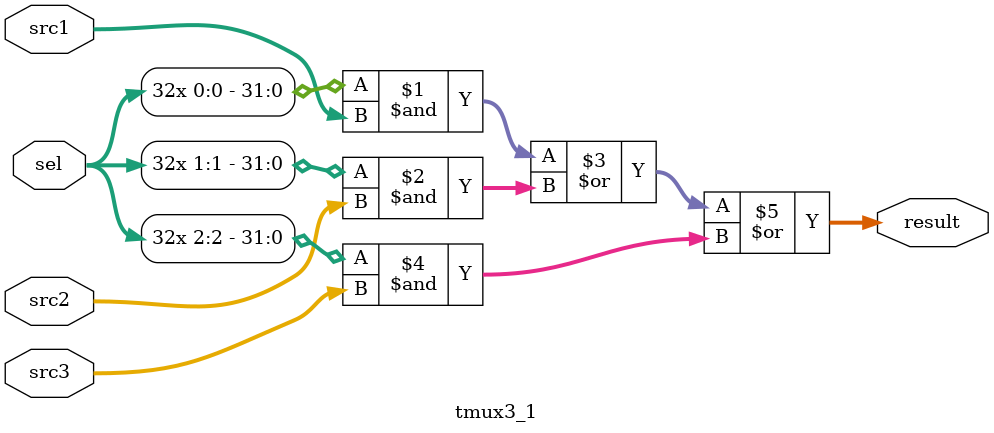
<source format=v>
`timescale 1ns / 1ps


module tmux3_1
# ( parameter    WIDTH =32) (
    input  [WIDTH -1:0] src1,
    input  [WIDTH -1:0] src2,
    input  [WIDTH -1:0] src3,
    input  [2:0] sel,
    output [WIDTH -1:0] result
);

assign result = ({32{sel[0]}} & src1)
              | ({32{sel[1]}} & src2)
              | ({32{sel[2]}} & src3);
endmodule

</source>
